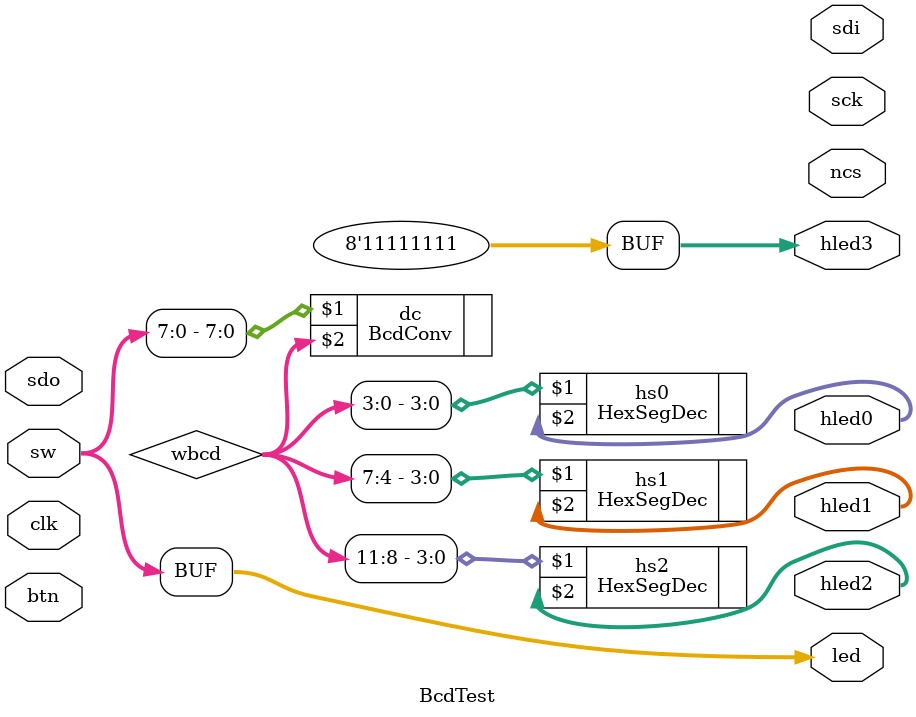
<source format=v>
module BcdTest(clk, btn, sw, led, hled0, hled1, hled2, hled3, ncs, sck, sdi, sdo);
	input clk;
	input [2:0] btn;
	input [9:0] sw;
	output [9:0] led;
	output [7:0] hled0;
	output [7:0] hled1;
	output [7:0] hled2;
	output [7:0] hled3;
	output ncs, sck, sdi;
	input sdo;
	wire [11:0] wbcd;
	assign led = sw;

	BcdConv dc(sw[7:0], wbcd);

	HexSegDec hs0(wbcd[3:0], hled0);
	HexSegDec hs1(wbcd[7:4], hled1);
	HexSegDec hs2(wbcd[11:8], hled2);
	assign hled3 = 8'hff;
endmodule
</source>
